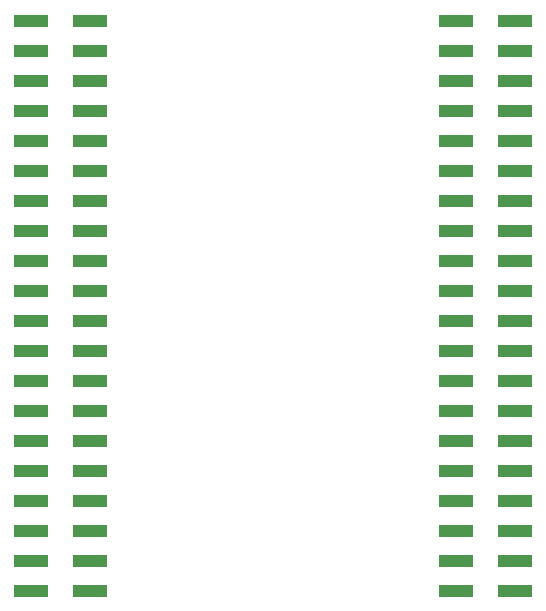
<source format=gbr>
G04 #@! TF.GenerationSoftware,KiCad,Pcbnew,8.0.1-8.0.1-1~ubuntu22.04.1*
G04 #@! TF.CreationDate,2024-04-10T22:34:19-04:00*
G04 #@! TF.ProjectId,breakout-tt4-qfn,62726561-6b6f-4757-942d-7474342d7166,3.3*
G04 #@! TF.SameCoordinates,PX2dc6c00PY42c1d80*
G04 #@! TF.FileFunction,Paste,Bot*
G04 #@! TF.FilePolarity,Positive*
%FSLAX46Y46*%
G04 Gerber Fmt 4.6, Leading zero omitted, Abs format (unit mm)*
G04 Created by KiCad (PCBNEW 8.0.1-8.0.1-1~ubuntu22.04.1) date 2024-04-10 22:34:19*
%MOMM*%
%LPD*%
G01*
G04 APERTURE LIST*
%ADD10R,3.000000X1.000000*%
G04 APERTURE END LIST*
D10*
X37980000Y50130000D03*
X43020000Y50130000D03*
X37980000Y47590000D03*
X43020000Y47590000D03*
X37980000Y45050000D03*
X43020000Y45050000D03*
X37980000Y42510000D03*
X43020000Y42510000D03*
X37980000Y39970000D03*
X43020000Y39970000D03*
X37980000Y37430000D03*
X43020000Y37430000D03*
X37980000Y34890000D03*
X43020000Y34890000D03*
X37980000Y32350000D03*
X43020000Y32350000D03*
X37980000Y29810000D03*
X43020000Y29810000D03*
X37980000Y27270000D03*
X43020000Y27270000D03*
X37980000Y24730000D03*
X43020000Y24730000D03*
X37980000Y22190000D03*
X43020000Y22190000D03*
X37980000Y19650000D03*
X43020000Y19650000D03*
X37980000Y17110000D03*
X43020000Y17110000D03*
X37980000Y14570000D03*
X43020000Y14570000D03*
X37980000Y12030000D03*
X43020000Y12030000D03*
X37980000Y9490000D03*
X43020000Y9490000D03*
X37980000Y6950000D03*
X43020000Y6950000D03*
X37980000Y4410000D03*
X43020000Y4410000D03*
X37980000Y1870000D03*
X43020000Y1870000D03*
X1980000Y50130000D03*
X7020000Y50130000D03*
X1980000Y47590000D03*
X7020000Y47590000D03*
X1980000Y45050000D03*
X7020000Y45050000D03*
X1980000Y42510000D03*
X7020000Y42510000D03*
X1980000Y39970000D03*
X7020000Y39970000D03*
X1980000Y37430000D03*
X7020000Y37430000D03*
X1980000Y34890000D03*
X7020000Y34890000D03*
X1980000Y32350000D03*
X7020000Y32350000D03*
X1980000Y29810000D03*
X7020000Y29810000D03*
X1980000Y27270000D03*
X7020000Y27270000D03*
X1980000Y24730000D03*
X7020000Y24730000D03*
X1980000Y22190000D03*
X7020000Y22190000D03*
X1980000Y19650000D03*
X7020000Y19650000D03*
X1980000Y17110000D03*
X7020000Y17110000D03*
X1980000Y14570000D03*
X7020000Y14570000D03*
X1980000Y12030000D03*
X7020000Y12030000D03*
X1980000Y9490000D03*
X7020000Y9490000D03*
X1980000Y6950000D03*
X7020000Y6950000D03*
X1980000Y4410000D03*
X7020000Y4410000D03*
X1980000Y1870000D03*
X7020000Y1870000D03*
M02*

</source>
